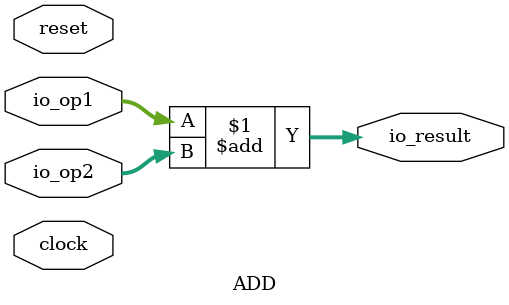
<source format=v>
module ADD(
  input         clock,
  input         reset,
  input  [31:0] io_op1,
  input  [31:0] io_op2,
  output [31:0] io_result
);
  assign io_result = $signed(io_op1) + $signed(io_op2); // @[ADD.scala 17:23]
endmodule

</source>
